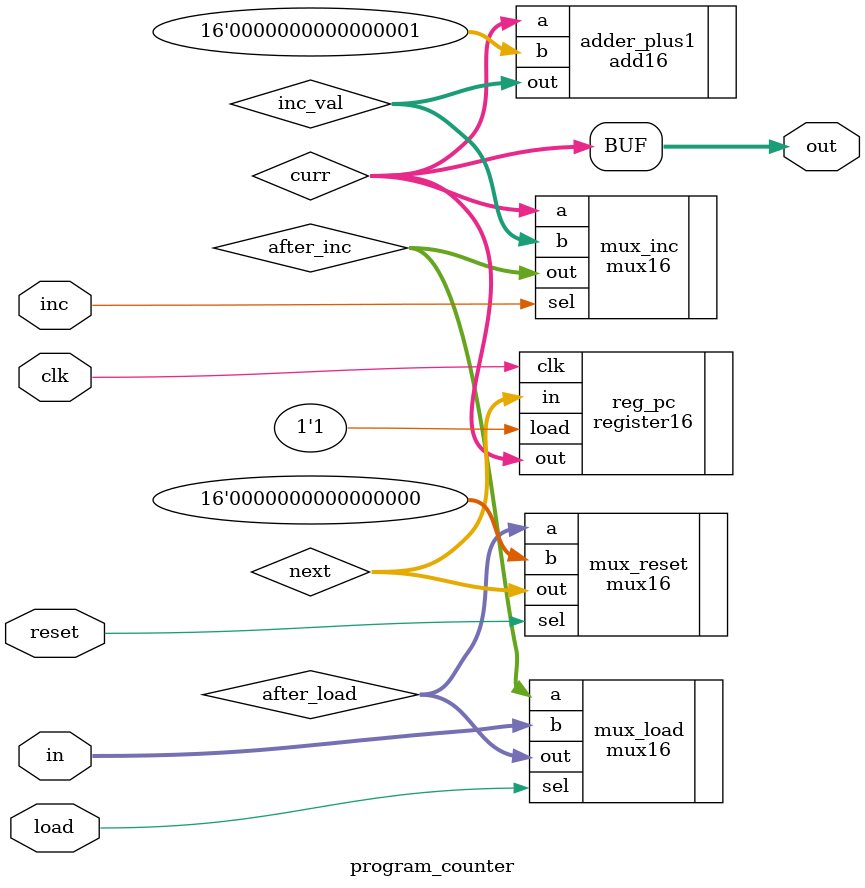
<source format=v>
`timescale 1ns / 1ps

module program_counter (
    input  wire [15:0] in,
    input  wire        load,
    input  wire        inc,
    input  wire        reset,
    input  wire        clk,
    output wire [15:0] out
);
    // ————————————————————————————————————————————
    // 1) registre courant
    // ————————————————————————————————————————————
    wire [15:0] curr;
    wire [15:0] next;   // ← déclaration manquante dans la première version

    register16 reg_pc (
        .in  (next),
        .load(1'b1),    // always load “next” à chaque front montant
        .clk (clk),
        .out (curr)
    );

    // ————————————————————————————————————————————
    // 2) curr + 1
    // ————————————————————————————————————————————
    wire [15:0] inc_val;
    add16 adder_plus1 (
        .a  (curr),
        .b  (16'h0001),
        .out(inc_val)
    );

    // ————————————————————————————————————————————
    // 3) Chaîne de MUX : inc → load → reset
    // ————————————————————————————————————————————
    wire [15:0] after_inc, after_load;

    mux16 mux_inc   ( .a(curr),      .b(inc_val), .sel(inc),   .out(after_inc) );
    mux16 mux_load  ( .a(after_inc), .b(in),      .sel(load),  .out(after_load) );
    mux16 mux_reset ( .a(after_load),.b(16'h0000),.sel(reset), .out(next) );

    // ————————————————————————————————————————————
    // 4) Sortie
    // ————————————————————————————————————————————
    assign out = curr;
endmodule
</source>
